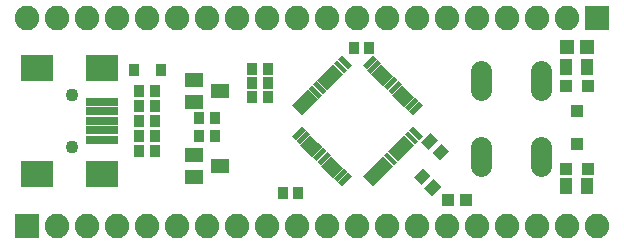
<source format=gts>
G75*
G70*
%OFA0B0*%
%FSLAX24Y24*%
%IPPOS*%
%LPD*%
%AMOC8*
5,1,8,0,0,1.08239X$1,22.5*
%
%ADD10R,0.0356X0.0434*%
%ADD11R,0.0395X0.0395*%
%ADD12R,0.1064X0.0277*%
%ADD13R,0.1064X0.0867*%
%ADD14C,0.0434*%
%ADD15R,0.0631X0.0474*%
%ADD16R,0.0395X0.0434*%
%ADD17R,0.0395X0.0552*%
%ADD18R,0.0180X0.0474*%
%ADD19R,0.0474X0.0180*%
%ADD20R,0.0820X0.0820*%
%ADD21C,0.0820*%
%ADD22R,0.0328X0.0407*%
%ADD23R,0.0513X0.0474*%
%ADD24C,0.0714*%
D10*
X004718Y003181D03*
X005230Y003181D03*
X005230Y003681D03*
X004718Y003681D03*
X004718Y004181D03*
X005230Y004181D03*
X005230Y004681D03*
X004718Y004681D03*
X004718Y005181D03*
X005230Y005181D03*
X006718Y004261D03*
X007230Y004261D03*
X007230Y003681D03*
X006718Y003681D03*
X008478Y004961D03*
X008990Y004961D03*
X008990Y005441D03*
X008478Y005441D03*
X008478Y005921D03*
X008990Y005921D03*
X011858Y006601D03*
X012370Y006601D03*
G36*
X014366Y003223D02*
X014114Y003475D01*
X014420Y003781D01*
X014672Y003529D01*
X014366Y003223D01*
G37*
G36*
X014728Y002861D02*
X014476Y003113D01*
X014782Y003419D01*
X015034Y003167D01*
X014728Y002861D01*
G37*
G36*
X014160Y002601D02*
X014412Y002349D01*
X014106Y002043D01*
X013854Y002295D01*
X014160Y002601D01*
G37*
G36*
X014522Y002239D02*
X014774Y001987D01*
X014468Y001681D01*
X014216Y001933D01*
X014522Y002239D01*
G37*
X010010Y001761D03*
X009498Y001761D03*
D11*
X014998Y001541D03*
X015589Y001541D03*
D12*
X003458Y003551D03*
X003458Y003866D03*
X003458Y004181D03*
X003458Y004496D03*
X003458Y004811D03*
D13*
X003458Y005953D03*
X001293Y005953D03*
X001293Y002410D03*
X003458Y002410D03*
D14*
X002474Y003315D03*
X002474Y005048D03*
D15*
X006541Y004807D03*
X007407Y005181D03*
X006541Y005555D03*
X006541Y003055D03*
X007407Y002681D03*
X006541Y002307D03*
D16*
X018920Y002588D03*
X019668Y002588D03*
X019294Y003414D03*
X019294Y004508D03*
X019668Y005335D03*
X018920Y005335D03*
D17*
X018939Y005961D03*
X019648Y005961D03*
X019648Y002001D03*
X018939Y002001D03*
D18*
G36*
X013819Y004368D02*
X013691Y004496D01*
X014025Y004830D01*
X014153Y004702D01*
X013819Y004368D01*
G37*
G36*
X013680Y004507D02*
X013552Y004635D01*
X013886Y004969D01*
X014014Y004841D01*
X013680Y004507D01*
G37*
G36*
X013541Y004646D02*
X013413Y004774D01*
X013747Y005108D01*
X013875Y004980D01*
X013541Y004646D01*
G37*
G36*
X013402Y004786D02*
X013274Y004914D01*
X013608Y005248D01*
X013736Y005120D01*
X013402Y004786D01*
G37*
G36*
X013263Y004925D02*
X013135Y005053D01*
X013469Y005387D01*
X013597Y005259D01*
X013263Y004925D01*
G37*
G36*
X013123Y005064D02*
X012995Y005192D01*
X013329Y005526D01*
X013457Y005398D01*
X013123Y005064D01*
G37*
G36*
X012984Y005203D02*
X012856Y005331D01*
X013190Y005665D01*
X013318Y005537D01*
X012984Y005203D01*
G37*
G36*
X012845Y005342D02*
X012717Y005470D01*
X013051Y005804D01*
X013179Y005676D01*
X012845Y005342D01*
G37*
G36*
X012706Y005482D02*
X012578Y005610D01*
X012912Y005944D01*
X013040Y005816D01*
X012706Y005482D01*
G37*
G36*
X012567Y005621D02*
X012439Y005749D01*
X012773Y006083D01*
X012901Y005955D01*
X012567Y005621D01*
G37*
G36*
X012427Y005760D02*
X012299Y005888D01*
X012633Y006222D01*
X012761Y006094D01*
X012427Y005760D01*
G37*
G36*
X012288Y005899D02*
X012160Y006027D01*
X012494Y006361D01*
X012622Y006233D01*
X012288Y005899D01*
G37*
G36*
X009922Y003533D02*
X009794Y003661D01*
X010128Y003995D01*
X010256Y003867D01*
X009922Y003533D01*
G37*
G36*
X010061Y003394D02*
X009933Y003522D01*
X010267Y003856D01*
X010395Y003728D01*
X010061Y003394D01*
G37*
G36*
X010200Y003254D02*
X010072Y003382D01*
X010406Y003716D01*
X010534Y003588D01*
X010200Y003254D01*
G37*
G36*
X010340Y003115D02*
X010212Y003243D01*
X010546Y003577D01*
X010674Y003449D01*
X010340Y003115D01*
G37*
G36*
X010479Y002976D02*
X010351Y003104D01*
X010685Y003438D01*
X010813Y003310D01*
X010479Y002976D01*
G37*
G36*
X010618Y002837D02*
X010490Y002965D01*
X010824Y003299D01*
X010952Y003171D01*
X010618Y002837D01*
G37*
G36*
X010757Y002698D02*
X010629Y002826D01*
X010963Y003160D01*
X011091Y003032D01*
X010757Y002698D01*
G37*
G36*
X010896Y002558D02*
X010768Y002686D01*
X011102Y003020D01*
X011230Y002892D01*
X010896Y002558D01*
G37*
G36*
X011036Y002419D02*
X010908Y002547D01*
X011242Y002881D01*
X011370Y002753D01*
X011036Y002419D01*
G37*
G36*
X011175Y002280D02*
X011047Y002408D01*
X011381Y002742D01*
X011509Y002614D01*
X011175Y002280D01*
G37*
G36*
X011314Y002141D02*
X011186Y002269D01*
X011520Y002603D01*
X011648Y002475D01*
X011314Y002141D01*
G37*
G36*
X011453Y002002D02*
X011325Y002130D01*
X011659Y002464D01*
X011787Y002336D01*
X011453Y002002D01*
G37*
D19*
G36*
X012494Y002002D02*
X012160Y002336D01*
X012288Y002464D01*
X012622Y002130D01*
X012494Y002002D01*
G37*
G36*
X012633Y002141D02*
X012299Y002475D01*
X012427Y002603D01*
X012761Y002269D01*
X012633Y002141D01*
G37*
G36*
X012773Y002280D02*
X012439Y002614D01*
X012567Y002742D01*
X012901Y002408D01*
X012773Y002280D01*
G37*
G36*
X012912Y002419D02*
X012578Y002753D01*
X012706Y002881D01*
X013040Y002547D01*
X012912Y002419D01*
G37*
G36*
X013051Y002558D02*
X012717Y002892D01*
X012845Y003020D01*
X013179Y002686D01*
X013051Y002558D01*
G37*
G36*
X013190Y002698D02*
X012856Y003032D01*
X012984Y003160D01*
X013318Y002826D01*
X013190Y002698D01*
G37*
G36*
X013329Y002837D02*
X012995Y003171D01*
X013123Y003299D01*
X013457Y002965D01*
X013329Y002837D01*
G37*
G36*
X013469Y002976D02*
X013135Y003310D01*
X013263Y003438D01*
X013597Y003104D01*
X013469Y002976D01*
G37*
G36*
X013608Y003115D02*
X013274Y003449D01*
X013402Y003577D01*
X013736Y003243D01*
X013608Y003115D01*
G37*
G36*
X013747Y003254D02*
X013413Y003588D01*
X013541Y003716D01*
X013875Y003382D01*
X013747Y003254D01*
G37*
G36*
X013886Y003394D02*
X013552Y003728D01*
X013680Y003856D01*
X014014Y003522D01*
X013886Y003394D01*
G37*
G36*
X014025Y003533D02*
X013691Y003867D01*
X013819Y003995D01*
X014153Y003661D01*
X014025Y003533D01*
G37*
G36*
X010546Y004786D02*
X010212Y005120D01*
X010340Y005248D01*
X010674Y004914D01*
X010546Y004786D01*
G37*
G36*
X010406Y004646D02*
X010072Y004980D01*
X010200Y005108D01*
X010534Y004774D01*
X010406Y004646D01*
G37*
G36*
X010267Y004507D02*
X009933Y004841D01*
X010061Y004969D01*
X010395Y004635D01*
X010267Y004507D01*
G37*
G36*
X010128Y004368D02*
X009794Y004702D01*
X009922Y004830D01*
X010256Y004496D01*
X010128Y004368D01*
G37*
G36*
X010685Y004925D02*
X010351Y005259D01*
X010479Y005387D01*
X010813Y005053D01*
X010685Y004925D01*
G37*
G36*
X010824Y005064D02*
X010490Y005398D01*
X010618Y005526D01*
X010952Y005192D01*
X010824Y005064D01*
G37*
G36*
X010963Y005203D02*
X010629Y005537D01*
X010757Y005665D01*
X011091Y005331D01*
X010963Y005203D01*
G37*
G36*
X011102Y005342D02*
X010768Y005676D01*
X010896Y005804D01*
X011230Y005470D01*
X011102Y005342D01*
G37*
G36*
X011242Y005482D02*
X010908Y005816D01*
X011036Y005944D01*
X011370Y005610D01*
X011242Y005482D01*
G37*
G36*
X011381Y005621D02*
X011047Y005955D01*
X011175Y006083D01*
X011509Y005749D01*
X011381Y005621D01*
G37*
G36*
X011520Y005760D02*
X011186Y006094D01*
X011314Y006222D01*
X011648Y005888D01*
X011520Y005760D01*
G37*
G36*
X011659Y005899D02*
X011325Y006233D01*
X011453Y006361D01*
X011787Y006027D01*
X011659Y005899D01*
G37*
D20*
X000974Y000681D03*
X019974Y007601D03*
D21*
X018974Y007601D03*
X017974Y007601D03*
X016974Y007601D03*
X015974Y007601D03*
X014974Y007601D03*
X013974Y007601D03*
X012974Y007601D03*
X011974Y007601D03*
X010974Y007601D03*
X009974Y007601D03*
X008974Y007601D03*
X007974Y007601D03*
X006974Y007601D03*
X005974Y007601D03*
X004974Y007601D03*
X003974Y007601D03*
X002974Y007601D03*
X001974Y007601D03*
X000974Y007601D03*
X001974Y000681D03*
X002974Y000681D03*
X003974Y000681D03*
X004974Y000681D03*
X005974Y000681D03*
X006974Y000681D03*
X007974Y000681D03*
X008974Y000681D03*
X009974Y000681D03*
X010974Y000681D03*
X011974Y000681D03*
X012974Y000681D03*
X013974Y000681D03*
X014974Y000681D03*
X015974Y000681D03*
X016974Y000681D03*
X017974Y000681D03*
X018974Y000681D03*
X019974Y000681D03*
D22*
X005446Y005861D03*
X004541Y005861D03*
D23*
X018959Y006641D03*
X019628Y006641D03*
D24*
X018114Y005858D02*
X018114Y005225D01*
X016114Y005225D02*
X016114Y005858D01*
X016114Y003298D02*
X016114Y002665D01*
X018114Y002665D02*
X018114Y003298D01*
M02*

</source>
